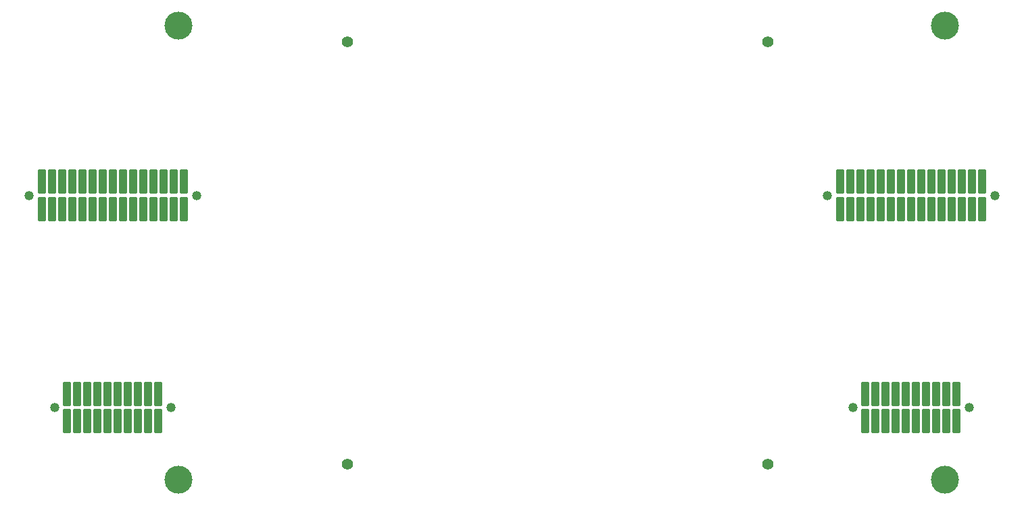
<source format=gbr>
%TF.GenerationSoftware,KiCad,Pcbnew,8.0.3-8.0.3-0~ubuntu24.04.1*%
%TF.CreationDate,2024-07-15T14:42:22+02:00*%
%TF.ProjectId,MainBoard,4d61696e-426f-4617-9264-2e6b69636164,rev?*%
%TF.SameCoordinates,Original*%
%TF.FileFunction,Soldermask,Top*%
%TF.FilePolarity,Negative*%
%FSLAX46Y46*%
G04 Gerber Fmt 4.6, Leading zero omitted, Abs format (unit mm)*
G04 Created by KiCad (PCBNEW 8.0.3-8.0.3-0~ubuntu24.04.1) date 2024-07-15 14:42:22*
%MOMM*%
%LPD*%
G01*
G04 APERTURE LIST*
G04 Aperture macros list*
%AMRoundRect*
0 Rectangle with rounded corners*
0 $1 Rounding radius*
0 $2 $3 $4 $5 $6 $7 $8 $9 X,Y pos of 4 corners*
0 Add a 4 corners polygon primitive as box body*
4,1,4,$2,$3,$4,$5,$6,$7,$8,$9,$2,$3,0*
0 Add four circle primitives for the rounded corners*
1,1,$1+$1,$2,$3*
1,1,$1+$1,$4,$5*
1,1,$1+$1,$6,$7*
1,1,$1+$1,$8,$9*
0 Add four rect primitives between the rounded corners*
20,1,$1+$1,$2,$3,$4,$5,0*
20,1,$1+$1,$4,$5,$6,$7,0*
20,1,$1+$1,$6,$7,$8,$9,0*
20,1,$1+$1,$8,$9,$2,$3,0*%
G04 Aperture macros list end*
%ADD10C,1.190000*%
%ADD11RoundRect,0.102000X0.370000X1.460000X-0.370000X1.460000X-0.370000X-1.460000X0.370000X-1.460000X0*%
%ADD12C,3.500000*%
%ADD13C,1.420000*%
G04 APERTURE END LIST*
D10*
%TO.C,J6*%
X48200000Y-95110000D03*
X33590000Y-95110000D03*
D11*
X46610000Y-93395000D03*
X46610000Y-96825000D03*
X45340000Y-93395000D03*
X45340000Y-96825000D03*
X44070000Y-93395000D03*
X44070000Y-96825000D03*
X42800000Y-93395000D03*
X42800000Y-96825000D03*
X41530000Y-93395000D03*
X41530000Y-96825000D03*
X40260000Y-93395000D03*
X40260000Y-96825000D03*
X38990000Y-93395000D03*
X38990000Y-96825000D03*
X37720000Y-93395000D03*
X37720000Y-96825000D03*
X36450000Y-93395000D03*
X36450000Y-96825000D03*
X35180000Y-93395000D03*
X35180000Y-96825000D03*
%TD*%
D12*
%TO.C,REF\u002A\u002A*%
X145140000Y-47210000D03*
%TD*%
%TO.C,REF\u002A\u002A*%
X49140000Y-104210000D03*
%TD*%
%TO.C,REF\u002A\u002A*%
X49140000Y-47210000D03*
%TD*%
D10*
%TO.C,J4*%
X148200000Y-95110000D03*
X133590000Y-95110000D03*
D11*
X146610000Y-93395000D03*
X146610000Y-96825000D03*
X145340000Y-93395000D03*
X145340000Y-96825000D03*
X144070000Y-93395000D03*
X144070000Y-96825000D03*
X142800000Y-93395000D03*
X142800000Y-96825000D03*
X141530000Y-93395000D03*
X141530000Y-96825000D03*
X140260000Y-93395000D03*
X140260000Y-96825000D03*
X138990000Y-93395000D03*
X138990000Y-96825000D03*
X137720000Y-93395000D03*
X137720000Y-96825000D03*
X136450000Y-93395000D03*
X136450000Y-96825000D03*
X135180000Y-93395000D03*
X135180000Y-96825000D03*
%TD*%
D10*
%TO.C,J3*%
X151375000Y-68500000D03*
X130415000Y-68500000D03*
D11*
X149785000Y-66785000D03*
X149785000Y-70215000D03*
X148515000Y-66785000D03*
X148515000Y-70215000D03*
X147245000Y-66785000D03*
X147245000Y-70215000D03*
X145975000Y-66785000D03*
X145975000Y-70215000D03*
X144705000Y-66785000D03*
X144705000Y-70215000D03*
X143435000Y-66785000D03*
X143435000Y-70215000D03*
X142165000Y-66785000D03*
X142165000Y-70215000D03*
X140895000Y-66785000D03*
X140895000Y-70215000D03*
X139625000Y-66785000D03*
X139625000Y-70215000D03*
X138355000Y-66785000D03*
X138355000Y-70215000D03*
X137085000Y-66785000D03*
X137085000Y-70215000D03*
X135815000Y-66785000D03*
X135815000Y-70215000D03*
X134545000Y-66785000D03*
X134545000Y-70215000D03*
X133275000Y-66785000D03*
X133275000Y-70215000D03*
X132005000Y-66785000D03*
X132005000Y-70215000D03*
%TD*%
D12*
%TO.C,REF\u002A\u002A*%
X145140000Y-104210000D03*
%TD*%
D10*
%TO.C,J5*%
X51375000Y-68500000D03*
X30415000Y-68500000D03*
D11*
X49785000Y-66785000D03*
X49785000Y-70215000D03*
X48515000Y-66785000D03*
X48515000Y-70215000D03*
X47245000Y-66785000D03*
X47245000Y-70215000D03*
X45975000Y-66785000D03*
X45975000Y-70215000D03*
X44705000Y-66785000D03*
X44705000Y-70215000D03*
X43435000Y-66785000D03*
X43435000Y-70215000D03*
X42165000Y-66785000D03*
X42165000Y-70215000D03*
X40895000Y-66785000D03*
X40895000Y-70215000D03*
X39625000Y-66785000D03*
X39625000Y-70215000D03*
X38355000Y-66785000D03*
X38355000Y-70215000D03*
X37085000Y-66785000D03*
X37085000Y-70215000D03*
X35815000Y-66785000D03*
X35815000Y-70215000D03*
X34545000Y-66785000D03*
X34545000Y-70215000D03*
X33275000Y-66785000D03*
X33275000Y-70215000D03*
X32005000Y-66785000D03*
X32005000Y-70215000D03*
%TD*%
D13*
%TO.C,J1*%
X70255000Y-102210000D03*
X122965000Y-102210000D03*
%TD*%
%TO.C,J2*%
X70255000Y-49210000D03*
X122965000Y-49210000D03*
%TD*%
M02*

</source>
